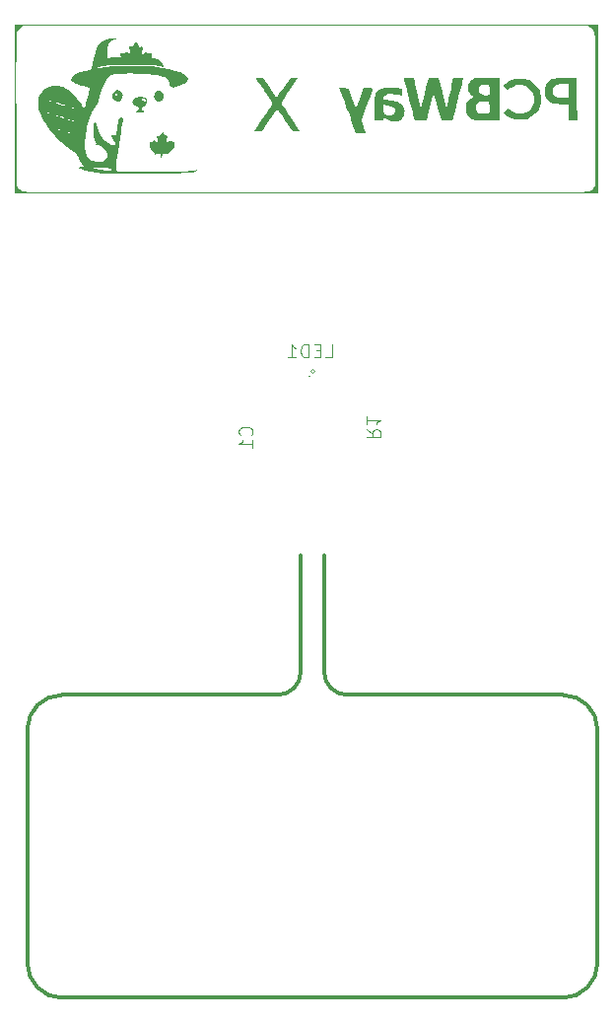
<source format=gbr>
%TF.GenerationSoftware,KiCad,Pcbnew,8.0.8-8.0.8-0~ubuntu22.04.1*%
%TF.CreationDate,2025-02-06T23:59:06-05:00*%
%TF.ProjectId,F50FQLOJRETY30F,46353046-514c-44f4-9a52-455459333046,rev?*%
%TF.SameCoordinates,Original*%
%TF.FileFunction,Legend,Bot*%
%TF.FilePolarity,Positive*%
%FSLAX46Y46*%
G04 Gerber Fmt 4.6, Leading zero omitted, Abs format (unit mm)*
G04 Created by KiCad (PCBNEW 8.0.8-8.0.8-0~ubuntu22.04.1) date 2025-02-06 23:59:06*
%MOMM*%
%LPD*%
G01*
G04 APERTURE LIST*
%ADD10C,0.304800*%
%ADD11C,0.101600*%
%ADD12C,0.000000*%
%ADD13C,0.063400*%
%ADD14C,0.125000*%
G04 APERTURE END LIST*
D10*
X149501100Y-117303600D02*
X149501100Y-107303600D01*
X173001100Y-142303600D02*
G75*
G02*
X170001100Y-145303600I-3000000J0D01*
G01*
X127001100Y-145303600D02*
X170001100Y-145303600D01*
X173001100Y-142303600D02*
X173001100Y-122303600D01*
X170001100Y-119303600D02*
X151501100Y-119303600D01*
X151501100Y-119303600D02*
G75*
G02*
X149501100Y-117303600I0J2000000D01*
G01*
X147501100Y-107303600D02*
X147501100Y-117303600D01*
X145501100Y-119303600D02*
X127001100Y-119303600D01*
X124001100Y-122303600D02*
X124001100Y-142303600D01*
X124001100Y-122303600D02*
G75*
G02*
X127001100Y-119303600I3000000J0D01*
G01*
X127001100Y-145303600D02*
G75*
G02*
X124001100Y-142303600I0J3000000D01*
G01*
X170001100Y-119303600D02*
G75*
G02*
X173001100Y-122303600I0J-3000000D01*
G01*
X147501100Y-117303600D02*
G75*
G02*
X145501100Y-119303600I-2000000J0D01*
G01*
D11*
X153148273Y-96487310D02*
X153704654Y-96876777D01*
X153148273Y-97154967D02*
X154316673Y-97154967D01*
X154316673Y-97154967D02*
X154316673Y-96709862D01*
X154316673Y-96709862D02*
X154261035Y-96598586D01*
X154261035Y-96598586D02*
X154205397Y-96542948D01*
X154205397Y-96542948D02*
X154094121Y-96487310D01*
X154094121Y-96487310D02*
X153927207Y-96487310D01*
X153927207Y-96487310D02*
X153815931Y-96542948D01*
X153815931Y-96542948D02*
X153760292Y-96598586D01*
X153760292Y-96598586D02*
X153704654Y-96709862D01*
X153704654Y-96709862D02*
X153704654Y-97154967D01*
X153148273Y-95374548D02*
X153148273Y-96042205D01*
X153148273Y-95708377D02*
X154316673Y-95708377D01*
X154316673Y-95708377D02*
X154149759Y-95819653D01*
X154149759Y-95819653D02*
X154038483Y-95930929D01*
X154038483Y-95930929D02*
X153982845Y-96042205D01*
X143240449Y-97012689D02*
X143296088Y-96957051D01*
X143296088Y-96957051D02*
X143351726Y-96790137D01*
X143351726Y-96790137D02*
X143351726Y-96678861D01*
X143351726Y-96678861D02*
X143296088Y-96511946D01*
X143296088Y-96511946D02*
X143184811Y-96400670D01*
X143184811Y-96400670D02*
X143073535Y-96345032D01*
X143073535Y-96345032D02*
X142850983Y-96289394D01*
X142850983Y-96289394D02*
X142684068Y-96289394D01*
X142684068Y-96289394D02*
X142461516Y-96345032D01*
X142461516Y-96345032D02*
X142350240Y-96400670D01*
X142350240Y-96400670D02*
X142238964Y-96511946D01*
X142238964Y-96511946D02*
X142183326Y-96678861D01*
X142183326Y-96678861D02*
X142183326Y-96790137D01*
X142183326Y-96790137D02*
X142238964Y-96957051D01*
X142238964Y-96957051D02*
X142294602Y-97012689D01*
X143351726Y-98125451D02*
X143351726Y-97457794D01*
X143351726Y-97791622D02*
X142183326Y-97791622D01*
X142183326Y-97791622D02*
X142350240Y-97680346D01*
X142350240Y-97680346D02*
X142461516Y-97569070D01*
X142461516Y-97569070D02*
X142517154Y-97457794D01*
X149598586Y-90351726D02*
X150154967Y-90351726D01*
X150154967Y-90351726D02*
X150154967Y-89183326D01*
X149209119Y-89739707D02*
X148819652Y-89739707D01*
X148652738Y-90351726D02*
X149209119Y-90351726D01*
X149209119Y-90351726D02*
X149209119Y-89183326D01*
X149209119Y-89183326D02*
X148652738Y-89183326D01*
X148151995Y-90351726D02*
X148151995Y-89183326D01*
X148151995Y-89183326D02*
X147873805Y-89183326D01*
X147873805Y-89183326D02*
X147706890Y-89238964D01*
X147706890Y-89238964D02*
X147595614Y-89350240D01*
X147595614Y-89350240D02*
X147539976Y-89461516D01*
X147539976Y-89461516D02*
X147484338Y-89684068D01*
X147484338Y-89684068D02*
X147484338Y-89850983D01*
X147484338Y-89850983D02*
X147539976Y-90073535D01*
X147539976Y-90073535D02*
X147595614Y-90184811D01*
X147595614Y-90184811D02*
X147706890Y-90296088D01*
X147706890Y-90296088D02*
X147873805Y-90351726D01*
X147873805Y-90351726D02*
X148151995Y-90351726D01*
X146371576Y-90351726D02*
X147039233Y-90351726D01*
X146705405Y-90351726D02*
X146705405Y-89183326D01*
X146705405Y-89183326D02*
X146816681Y-89350240D01*
X146816681Y-89350240D02*
X146927957Y-89461516D01*
X146927957Y-89461516D02*
X147039233Y-89517154D01*
D12*
%TO.C,G\u002A\u002A\u002A*%
G36*
X173018045Y-69000000D02*
G01*
X173018045Y-76257143D01*
X147968171Y-76257143D01*
X122918296Y-76257143D01*
X122918296Y-69000000D01*
X122918296Y-66084465D01*
X123056260Y-66084465D01*
X123056537Y-66970022D01*
X123057975Y-67971858D01*
X123060526Y-69095489D01*
X123077444Y-75588722D01*
X123219423Y-75787766D01*
X123226034Y-75796830D01*
X123389041Y-75963190D01*
X123579169Y-76090147D01*
X123598901Y-76097410D01*
X123636702Y-76105942D01*
X123692770Y-76113954D01*
X123770863Y-76121464D01*
X123874744Y-76128487D01*
X124008172Y-76135038D01*
X124174907Y-76141132D01*
X124378711Y-76146786D01*
X124623343Y-76152015D01*
X124912564Y-76156834D01*
X125250135Y-76161260D01*
X125639815Y-76165306D01*
X126085365Y-76168990D01*
X126590546Y-76172327D01*
X127159118Y-76175332D01*
X127794842Y-76178020D01*
X128501477Y-76180408D01*
X129282785Y-76182512D01*
X130142526Y-76184345D01*
X131084460Y-76185925D01*
X132112347Y-76187266D01*
X133229948Y-76188384D01*
X134441024Y-76189296D01*
X135749335Y-76190015D01*
X137158641Y-76190559D01*
X138672703Y-76190941D01*
X140295280Y-76191179D01*
X142030135Y-76191288D01*
X143881026Y-76191282D01*
X145851715Y-76191179D01*
X147945962Y-76190992D01*
X149115176Y-76190855D01*
X151178284Y-76190517D01*
X153119483Y-76190060D01*
X154942281Y-76189470D01*
X156650188Y-76188736D01*
X158246712Y-76187844D01*
X159735363Y-76186781D01*
X161119649Y-76185535D01*
X162403080Y-76184093D01*
X163589164Y-76182443D01*
X164681410Y-76180570D01*
X165683327Y-76178464D01*
X166598424Y-76176110D01*
X167430210Y-76173497D01*
X168182194Y-76170611D01*
X168857885Y-76167440D01*
X169460792Y-76163971D01*
X169994423Y-76160191D01*
X170462289Y-76156088D01*
X170867897Y-76151648D01*
X171214756Y-76146859D01*
X171506376Y-76141708D01*
X171746266Y-76136183D01*
X171937934Y-76130270D01*
X172084889Y-76123958D01*
X172190641Y-76117232D01*
X172258698Y-76110081D01*
X172292569Y-76102492D01*
X172319645Y-76089447D01*
X172492149Y-75965656D01*
X172642695Y-75802602D01*
X172795238Y-75588722D01*
X172811540Y-69095489D01*
X172811803Y-68991848D01*
X172814672Y-67926258D01*
X172817238Y-66979955D01*
X172819061Y-66145583D01*
X172819700Y-65415785D01*
X172818715Y-64783203D01*
X172815666Y-64240481D01*
X172810113Y-63780259D01*
X172801616Y-63395182D01*
X172789735Y-63077893D01*
X172774029Y-62821033D01*
X172754058Y-62617245D01*
X172729383Y-62459173D01*
X172699563Y-62339458D01*
X172664158Y-62250744D01*
X172622728Y-62185674D01*
X172574833Y-62136889D01*
X172520032Y-62097033D01*
X172457886Y-62058748D01*
X172387955Y-62014678D01*
X172171648Y-61870176D01*
X147936478Y-61870176D01*
X123701309Y-61870176D01*
X123447918Y-62053731D01*
X123374981Y-62111557D01*
X123216863Y-62271518D01*
X123119068Y-62419771D01*
X123114008Y-62436499D01*
X123101656Y-62523861D01*
X123090901Y-62677840D01*
X123081695Y-62903954D01*
X123073988Y-63207720D01*
X123067733Y-63594656D01*
X123062881Y-64070281D01*
X123059384Y-64640112D01*
X123057193Y-65309667D01*
X123056260Y-66084465D01*
X122918296Y-66084465D01*
X122918296Y-61742858D01*
X147968171Y-61742858D01*
X173018045Y-61742858D01*
X173018045Y-65415785D01*
X173018045Y-69000000D01*
G37*
G36*
X127917249Y-67685820D02*
G01*
X128308086Y-68107067D01*
X128489057Y-68370759D01*
X128661789Y-68622447D01*
X128718744Y-68718724D01*
X128888141Y-69005072D01*
X128897478Y-69020856D01*
X128963348Y-68847605D01*
X128988543Y-68772293D01*
X129045814Y-68576686D01*
X129116764Y-68315921D01*
X129191534Y-68025523D01*
X129241326Y-67827371D01*
X129306532Y-67570701D01*
X129357130Y-67374889D01*
X129385075Y-67271287D01*
X129386071Y-67213530D01*
X129316278Y-67161323D01*
X129143364Y-67122697D01*
X129083590Y-67112494D01*
X128826234Y-67058801D01*
X128576206Y-66995235D01*
X128522599Y-66979460D01*
X128157487Y-66841415D01*
X127916513Y-66688920D01*
X127798185Y-66526505D01*
X127801015Y-66358702D01*
X127923512Y-66190042D01*
X128164187Y-66025056D01*
X128521550Y-65868274D01*
X128994111Y-65724228D01*
X129499750Y-65594236D01*
X129705053Y-64773613D01*
X129772462Y-64507681D01*
X129875502Y-64124256D01*
X129964260Y-63836834D01*
X130046378Y-63627153D01*
X130129501Y-63476947D01*
X130221271Y-63367953D01*
X130329332Y-63281909D01*
X130657016Y-63112985D01*
X131052115Y-62995984D01*
X131442825Y-62955175D01*
X131735088Y-62957970D01*
X131492152Y-63044611D01*
X131469684Y-63052772D01*
X131235690Y-63165479D01*
X131070038Y-63316756D01*
X130961192Y-63528302D01*
X130897616Y-63821818D01*
X130867771Y-64219003D01*
X130852755Y-64626225D01*
X131418277Y-64612625D01*
X131532877Y-64609252D01*
X131773916Y-64597754D01*
X131951891Y-64583080D01*
X132034678Y-64567578D01*
X132051751Y-64521422D01*
X132018783Y-64411363D01*
X132013670Y-64401633D01*
X131977115Y-64270846D01*
X132043147Y-64209516D01*
X132216782Y-64212609D01*
X132363870Y-64214660D01*
X132470335Y-64156782D01*
X132483728Y-64137205D01*
X132544706Y-64111230D01*
X132643357Y-64180351D01*
X132732628Y-64250799D01*
X132811449Y-64289223D01*
X132825191Y-64276195D01*
X132828583Y-64173037D01*
X132800115Y-63991439D01*
X132743563Y-63760792D01*
X132735512Y-63723973D01*
X132761806Y-63666908D01*
X132882475Y-63665303D01*
X132962204Y-63667009D01*
X133070078Y-63616325D01*
X133169274Y-63471946D01*
X133173501Y-63464169D01*
X133269328Y-63297811D01*
X133334252Y-63242523D01*
X133396810Y-63297344D01*
X133485542Y-63461316D01*
X133502940Y-63495017D01*
X133591998Y-63640783D01*
X133672447Y-63697076D01*
X133776449Y-63689079D01*
X133787886Y-63686313D01*
X133883425Y-63681574D01*
X133926403Y-63737945D01*
X133921365Y-63875461D01*
X133872855Y-64114161D01*
X133848492Y-64232241D01*
X133849003Y-64332703D01*
X133909675Y-64323532D01*
X134041982Y-64211318D01*
X134118477Y-64144479D01*
X134195720Y-64112094D01*
X134250402Y-64163163D01*
X134330402Y-64221546D01*
X134510794Y-64235316D01*
X134647352Y-64229454D01*
X134692062Y-64274822D01*
X134675247Y-64405094D01*
X134660001Y-64508133D01*
X134684043Y-64578093D01*
X134777762Y-64624988D01*
X134968520Y-64673896D01*
X135093157Y-64704976D01*
X135282738Y-64759556D01*
X135399991Y-64803041D01*
X135403943Y-64805253D01*
X135479512Y-64886149D01*
X135569100Y-65027118D01*
X135651293Y-65186828D01*
X135704675Y-65323951D01*
X135707831Y-65397154D01*
X135639296Y-65396619D01*
X135481103Y-65371412D01*
X135268171Y-65326875D01*
X135261759Y-65325433D01*
X135030189Y-65290844D01*
X134694274Y-65263141D01*
X134275967Y-65242332D01*
X133797227Y-65228426D01*
X133280008Y-65221431D01*
X132746266Y-65221355D01*
X132217959Y-65228208D01*
X131717042Y-65241997D01*
X131265471Y-65262731D01*
X130885202Y-65290419D01*
X130598192Y-65325069D01*
X130421055Y-65355561D01*
X130179812Y-65402655D01*
X130006365Y-65443637D01*
X129929771Y-65472113D01*
X129931823Y-65484055D01*
X130014172Y-65489950D01*
X130173086Y-65472856D01*
X130704796Y-65405096D01*
X131363005Y-65352103D01*
X132114861Y-65320580D01*
X132976441Y-65309591D01*
X133112741Y-65309626D01*
X133750157Y-65316519D01*
X134295029Y-65336625D01*
X134776168Y-65372627D01*
X135222385Y-65427207D01*
X135662492Y-65503051D01*
X136125299Y-65602839D01*
X136188802Y-65617737D01*
X136722712Y-65754498D01*
X137139549Y-65886292D01*
X137448233Y-66017611D01*
X137657680Y-66152947D01*
X137776809Y-66296791D01*
X137814537Y-66453634D01*
X137786373Y-66591400D01*
X137657278Y-66753434D01*
X137416504Y-66896048D01*
X137056351Y-67025043D01*
X137042352Y-67029158D01*
X136743171Y-67115334D01*
X136540523Y-67159712D01*
X136409267Y-67154926D01*
X136324265Y-67093611D01*
X136260376Y-66968401D01*
X136192462Y-66771930D01*
X136188425Y-66759868D01*
X136111301Y-66552460D01*
X136026561Y-66404528D01*
X135910443Y-66301171D01*
X135739184Y-66227485D01*
X135489022Y-66168571D01*
X135136195Y-66109525D01*
X134828140Y-66067730D01*
X134350673Y-66021453D01*
X133842999Y-65990129D01*
X133324728Y-65973481D01*
X132815472Y-65971235D01*
X132334840Y-65983114D01*
X131902444Y-66008842D01*
X131537895Y-66048145D01*
X131260802Y-66100747D01*
X131090778Y-66166372D01*
X130954932Y-66301211D01*
X130796302Y-66540220D01*
X130631962Y-66854279D01*
X130472908Y-67218133D01*
X130330137Y-67606529D01*
X130214642Y-67994212D01*
X130137422Y-68355929D01*
X130062569Y-68581468D01*
X129875232Y-68851415D01*
X129719801Y-69037457D01*
X129561481Y-69286467D01*
X129559171Y-69290100D01*
X129493733Y-69436666D01*
X129423387Y-69594223D01*
X129355816Y-69798298D01*
X129312049Y-69930483D01*
X129293210Y-69987379D01*
X129268528Y-70074781D01*
X129232952Y-70200756D01*
X129101698Y-70767451D01*
X129078880Y-70908659D01*
X129051326Y-71079169D01*
X129012182Y-71321406D01*
X128965764Y-71841630D01*
X128963804Y-72307130D01*
X129007662Y-72696912D01*
X129098697Y-72989984D01*
X129147610Y-73082772D01*
X129355141Y-73342218D01*
X129628813Y-73501248D01*
X129986006Y-73571245D01*
X130100879Y-73575628D01*
X130424794Y-73536210D01*
X130670890Y-73420522D01*
X130822789Y-73235143D01*
X130850346Y-73156763D01*
X130858549Y-72908071D01*
X130775455Y-72650836D01*
X130619937Y-72416512D01*
X130410869Y-72236553D01*
X130167125Y-72142415D01*
X130135834Y-72136865D01*
X129991284Y-72097083D01*
X129888503Y-72049183D01*
X129853959Y-72008904D01*
X129914117Y-71991980D01*
X129926446Y-71956722D01*
X129895813Y-71835508D01*
X129823007Y-71657770D01*
X129708441Y-71301233D01*
X129663645Y-70836534D01*
X129707025Y-70320928D01*
X129751565Y-70162298D01*
X129821097Y-70090819D01*
X129893141Y-70141825D01*
X129950434Y-70315686D01*
X130015564Y-70590214D01*
X130199324Y-71067055D01*
X130452562Y-71480969D01*
X130761513Y-71811543D01*
X131112407Y-72038367D01*
X131204830Y-72079761D01*
X131371388Y-72142994D01*
X131466434Y-72151816D01*
X131518535Y-72111360D01*
X131545781Y-72060044D01*
X131566654Y-71881915D01*
X131476254Y-71733860D01*
X131406406Y-71656077D01*
X131309480Y-71513974D01*
X131228130Y-71367808D01*
X131193985Y-71269600D01*
X131195779Y-71266067D01*
X131268714Y-71251846D01*
X131415368Y-71251561D01*
X131470816Y-71254622D01*
X131541397Y-71252958D01*
X131594742Y-71228254D01*
X131637349Y-71163444D01*
X131675718Y-71041458D01*
X131716351Y-70845231D01*
X131765746Y-70557694D01*
X131830405Y-70161780D01*
X131853264Y-70030317D01*
X131899561Y-69832620D01*
X131949444Y-69730139D01*
X132011421Y-69701226D01*
X132147391Y-69728797D01*
X132243173Y-69798287D01*
X132250605Y-69881126D01*
X132239767Y-69919390D01*
X132209788Y-70071928D01*
X132165603Y-70324993D01*
X132109722Y-70663297D01*
X132044652Y-71071549D01*
X131972901Y-71534459D01*
X131896979Y-72036739D01*
X131887190Y-72102326D01*
X131804270Y-72661629D01*
X131739416Y-73110017D01*
X131691340Y-73460978D01*
X131658752Y-73728002D01*
X131640364Y-73924578D01*
X131634888Y-74064194D01*
X131641035Y-74160340D01*
X131657516Y-74226504D01*
X131661905Y-74235044D01*
X131683042Y-74276176D01*
X131780835Y-74427790D01*
X135036408Y-74398779D01*
X135293249Y-74396407D01*
X136052442Y-74388155D01*
X136693252Y-74378983D01*
X137222521Y-74368678D01*
X137647091Y-74357025D01*
X137973804Y-74343811D01*
X138209500Y-74328823D01*
X138361023Y-74311848D01*
X138435213Y-74292670D01*
X138522142Y-74251267D01*
X138574239Y-74246381D01*
X138534308Y-74298532D01*
X138406369Y-74393646D01*
X138355931Y-74421565D01*
X138272868Y-74450309D01*
X138153465Y-74473276D01*
X137982560Y-74491635D01*
X137744991Y-74506560D01*
X137425596Y-74519221D01*
X137009213Y-74530791D01*
X136480680Y-74542440D01*
X136338329Y-74545183D01*
X135789462Y-74553446D01*
X135157077Y-74560098D01*
X134474913Y-74564937D01*
X133776713Y-74567759D01*
X133096217Y-74568362D01*
X132467168Y-74566544D01*
X132378463Y-74566078D01*
X131796355Y-74562695D01*
X131322053Y-74558603D01*
X130938387Y-74552728D01*
X130628186Y-74543996D01*
X130374283Y-74531334D01*
X130159506Y-74513666D01*
X129966686Y-74489920D01*
X129778654Y-74459022D01*
X129578239Y-74419898D01*
X129348272Y-74371473D01*
X129031699Y-74301601D01*
X128767279Y-74235436D01*
X128596618Y-74179728D01*
X128502645Y-74128760D01*
X128468291Y-74076817D01*
X128468123Y-74062705D01*
X129572101Y-74062705D01*
X129614656Y-74085723D01*
X129760107Y-74121193D01*
X130019720Y-74173827D01*
X130108217Y-74190886D01*
X130417425Y-74246925D01*
X130707975Y-74294901D01*
X130926863Y-74325927D01*
X131061117Y-74340348D01*
X131191114Y-74341874D01*
X131246216Y-74309633D01*
X131257644Y-74235044D01*
X131257597Y-74229043D01*
X131245683Y-74171557D01*
X131197107Y-74132069D01*
X131089244Y-74104558D01*
X130899463Y-74083000D01*
X130605138Y-74061374D01*
X130433152Y-74051118D01*
X130131524Y-74038591D01*
X129872407Y-74034321D01*
X129697995Y-74039333D01*
X129621179Y-74047432D01*
X129572101Y-74062705D01*
X128468123Y-74062705D01*
X128467647Y-74022602D01*
X128525878Y-73977211D01*
X128681376Y-73965414D01*
X128915445Y-73965414D01*
X128720948Y-73743894D01*
X128659011Y-73664844D01*
X128519545Y-73436847D01*
X128411973Y-73198347D01*
X128366557Y-73079947D01*
X128294673Y-72947168D01*
X128190421Y-72829533D01*
X128028289Y-72700008D01*
X127782768Y-72531558D01*
X127410868Y-72262162D01*
X126914331Y-71836583D01*
X126442212Y-71360234D01*
X126130993Y-70995017D01*
X127400499Y-70995017D01*
X127469925Y-71037093D01*
X127556488Y-71067382D01*
X127692732Y-71091804D01*
X127730328Y-71079169D01*
X127660903Y-71037093D01*
X127574340Y-71006804D01*
X127438096Y-70982383D01*
X127400499Y-70995017D01*
X126130993Y-70995017D01*
X126009003Y-70851861D01*
X125921925Y-70732264D01*
X126555699Y-70732264D01*
X126610527Y-70777086D01*
X126616693Y-70780440D01*
X126749824Y-70828708D01*
X126928822Y-70870081D01*
X127151629Y-70908659D01*
X126928822Y-70818571D01*
X126867971Y-70795068D01*
X126709589Y-70744535D01*
X126597109Y-70722507D01*
X126555699Y-70732264D01*
X125921925Y-70732264D01*
X125629193Y-70330212D01*
X125410982Y-69969108D01*
X127760395Y-69969108D01*
X127820051Y-70018547D01*
X127908427Y-70065435D01*
X127984335Y-70074781D01*
X127979198Y-70018547D01*
X127947311Y-69988301D01*
X127832208Y-69955862D01*
X127817732Y-69956078D01*
X127760395Y-69969108D01*
X125410982Y-69969108D01*
X125367521Y-69897188D01*
X127438096Y-69897188D01*
X127461932Y-69930701D01*
X127565414Y-69954888D01*
X127639161Y-69950346D01*
X127692732Y-69930483D01*
X127668257Y-69909739D01*
X127565414Y-69872783D01*
X127488792Y-69864442D01*
X127438096Y-69897188D01*
X125367521Y-69897188D01*
X125317272Y-69814035D01*
X125188131Y-69537257D01*
X126371005Y-69537257D01*
X126422132Y-69570866D01*
X126564642Y-69627502D01*
X126770228Y-69695793D01*
X126949567Y-69750958D01*
X127117267Y-69800515D01*
X127206083Y-69821340D01*
X127241028Y-69818808D01*
X127247118Y-69798298D01*
X127237884Y-69788031D01*
X127144085Y-69745313D01*
X126979564Y-69687708D01*
X126782202Y-69626583D01*
X126589880Y-69573301D01*
X126440479Y-69539226D01*
X126371879Y-69535724D01*
X126371005Y-69537257D01*
X125188131Y-69537257D01*
X125092764Y-69332863D01*
X125719592Y-69332863D01*
X125782958Y-69381955D01*
X125849484Y-69412901D01*
X126005765Y-69440165D01*
X126133083Y-69436666D01*
X126005765Y-69381955D01*
X125919431Y-69351146D01*
X125782958Y-69323745D01*
X125766836Y-69323256D01*
X125719592Y-69332863D01*
X125092764Y-69332863D01*
X125087732Y-69322078D01*
X125077209Y-69286467D01*
X125591980Y-69286467D01*
X125623810Y-69318296D01*
X125655639Y-69286467D01*
X125623810Y-69254637D01*
X125591980Y-69286467D01*
X125077209Y-69286467D01*
X124955062Y-68873087D01*
X124950565Y-68822730D01*
X127594146Y-68822730D01*
X127611915Y-68842596D01*
X127719498Y-68891881D01*
X127894991Y-68953775D01*
X128028461Y-68993138D01*
X128143204Y-69017176D01*
X128164374Y-69005072D01*
X128110281Y-68971014D01*
X127972582Y-68912507D01*
X127808844Y-68858116D01*
X127666791Y-68823104D01*
X127594146Y-68822730D01*
X124950565Y-68822730D01*
X124922110Y-68504074D01*
X124930507Y-68445308D01*
X126443749Y-68445308D01*
X126482499Y-68479501D01*
X126614186Y-68539027D01*
X126810302Y-68610998D01*
X127040535Y-68686528D01*
X127204280Y-68732552D01*
X127287556Y-68741819D01*
X127310777Y-68718724D01*
X127302595Y-68708839D01*
X127211211Y-68664858D01*
X127048623Y-68604975D01*
X126852707Y-68541134D01*
X126661339Y-68485280D01*
X126512394Y-68449356D01*
X126443750Y-68445307D01*
X126443749Y-68445308D01*
X124930507Y-68445308D01*
X124966927Y-68190437D01*
X125552755Y-68190437D01*
X125569354Y-68207110D01*
X125674767Y-68253634D01*
X125847785Y-68313949D01*
X125971314Y-68349909D01*
X126110680Y-68378285D01*
X126164913Y-68370759D01*
X126160721Y-68362696D01*
X126080857Y-68319822D01*
X125934319Y-68267665D01*
X125766916Y-68219720D01*
X125624458Y-68189479D01*
X125552755Y-68190437D01*
X124966927Y-68190437D01*
X124982631Y-68080536D01*
X125147921Y-67706869D01*
X125266574Y-67567670D01*
X126865163Y-67567670D01*
X126896993Y-67599499D01*
X126928822Y-67567670D01*
X126896993Y-67535840D01*
X126865163Y-67567670D01*
X125266574Y-67567670D01*
X125410499Y-67398822D01*
X125762886Y-67172143D01*
X125765027Y-67171165D01*
X126187688Y-67044781D01*
X126624497Y-67038186D01*
X127065198Y-67146248D01*
X127499534Y-67363837D01*
X127763971Y-67567670D01*
X127917249Y-67685820D01*
G37*
G36*
X135685437Y-71015335D02*
G01*
X135757999Y-71164520D01*
X135775659Y-71208164D01*
X135848064Y-71311567D01*
X135940696Y-71313176D01*
X135986004Y-71300298D01*
X136023127Y-71322858D01*
X136027810Y-71418945D01*
X136005658Y-71614563D01*
X135960049Y-71958380D01*
X136116667Y-71811245D01*
X136116961Y-71810969D01*
X136243578Y-71720282D01*
X136315588Y-71732556D01*
X136367524Y-71772899D01*
X136497366Y-71800955D01*
X136507589Y-71801034D01*
X136590873Y-71820403D01*
X136625865Y-71897615D01*
X136629640Y-72067012D01*
X136610465Y-72242403D01*
X136541020Y-72378945D01*
X136390918Y-72518849D01*
X136324259Y-72577142D01*
X136206162Y-72712298D01*
X136159399Y-72817904D01*
X136159216Y-72828330D01*
X136135837Y-72891222D01*
X136050992Y-72911765D01*
X135872933Y-72898939D01*
X135764284Y-72887688D01*
X135642782Y-72888946D01*
X135594867Y-72932385D01*
X135586467Y-73034077D01*
X135569780Y-73146783D01*
X135522807Y-73201504D01*
X135479912Y-73157417D01*
X135459148Y-73033703D01*
X135457679Y-72972002D01*
X135433372Y-72902791D01*
X135351981Y-72885503D01*
X135179194Y-72904275D01*
X135133820Y-72910305D01*
X134984673Y-72921659D01*
X134925746Y-72898065D01*
X134928390Y-72831173D01*
X134931302Y-72808704D01*
X134872411Y-72678769D01*
X134693676Y-72507652D01*
X134599234Y-72427255D01*
X134493591Y-72305283D01*
X134495417Y-72229997D01*
X134530337Y-72128748D01*
X134522679Y-71972667D01*
X134505814Y-71864019D01*
X134528378Y-71805890D01*
X134619275Y-71816230D01*
X134707894Y-71821508D01*
X134829771Y-71760481D01*
X134874167Y-71718913D01*
X134945842Y-71722432D01*
X135059105Y-71813912D01*
X135212884Y-71958380D01*
X135167352Y-71615142D01*
X135145594Y-71434227D01*
X135146451Y-71327857D01*
X135181787Y-71294996D01*
X135259929Y-71308020D01*
X135298526Y-71315623D01*
X135402781Y-71287794D01*
X135493887Y-71158785D01*
X135533953Y-71085917D01*
X135616145Y-70989251D01*
X135685437Y-71015335D01*
G37*
G36*
X151234798Y-67230702D02*
G01*
X151655334Y-67249374D01*
X151916343Y-68104747D01*
X151949386Y-68211429D01*
X152046943Y-68508481D01*
X152134857Y-68751314D01*
X152204572Y-68917225D01*
X152247531Y-68983513D01*
X152275415Y-68966191D01*
X152340956Y-68851955D01*
X152424994Y-68650339D01*
X152517881Y-68382776D01*
X152569762Y-68222311D01*
X152667284Y-67926653D01*
X152754953Y-67667814D01*
X152818552Y-67488096D01*
X152919052Y-67217544D01*
X153330999Y-67217544D01*
X153357212Y-67217599D01*
X153579805Y-67226138D01*
X153693205Y-67251535D01*
X153713394Y-67297118D01*
X153705461Y-67318460D01*
X153658353Y-67445122D01*
X153576631Y-67664817D01*
X153467125Y-67959187D01*
X153336664Y-68309871D01*
X153192078Y-68698510D01*
X152700312Y-70020328D01*
X152896522Y-70534149D01*
X152933390Y-70631219D01*
X153014902Y-70850127D01*
X153071522Y-71008515D01*
X153092732Y-71077270D01*
X153092720Y-71077488D01*
X153033135Y-71089522D01*
X152879702Y-71093209D01*
X152665225Y-71087746D01*
X152237718Y-71068923D01*
X151837364Y-69986717D01*
X151761062Y-69780392D01*
X151593409Y-69326656D01*
X151420662Y-68858698D01*
X151259259Y-68421057D01*
X151125636Y-68058270D01*
X150814262Y-67212029D01*
X151234798Y-67230702D01*
G37*
G36*
X144821694Y-67185715D02*
G01*
X144959595Y-67387477D01*
X145140418Y-67648929D01*
X145287155Y-67857359D01*
X145387435Y-67995256D01*
X145428889Y-68045113D01*
X145449742Y-68021734D01*
X145531497Y-67909847D01*
X145663067Y-67721452D01*
X145832181Y-67474193D01*
X146026567Y-67185715D01*
X146601750Y-66326316D01*
X146919851Y-66326316D01*
X147237951Y-66326316D01*
X146536770Y-67375300D01*
X146504086Y-67424273D01*
X146292239Y-67745559D01*
X146108661Y-68030476D01*
X145964158Y-68261777D01*
X145869532Y-68422216D01*
X145835589Y-68494546D01*
X145842855Y-68514778D01*
X145906458Y-68628229D01*
X146027134Y-68823290D01*
X146194616Y-69083878D01*
X146398636Y-69393907D01*
X146628925Y-69737292D01*
X147422261Y-70909775D01*
X147107387Y-70909775D01*
X146792514Y-70909775D01*
X146153885Y-69954888D01*
X145962266Y-69671600D01*
X145776084Y-69403198D01*
X145623697Y-69190852D01*
X145517160Y-69051336D01*
X145468531Y-69001421D01*
X145428429Y-69042855D01*
X145329304Y-69175829D01*
X145184315Y-69383791D01*
X145005352Y-69649648D01*
X144804304Y-69956308D01*
X144186802Y-70909775D01*
X143864475Y-70909775D01*
X143542147Y-70909775D01*
X144306913Y-69765192D01*
X144394579Y-69633551D01*
X144610817Y-69304863D01*
X144796965Y-69016251D01*
X144942705Y-68784057D01*
X145037716Y-68624618D01*
X145071680Y-68554276D01*
X145070942Y-68550121D01*
X145027608Y-68465239D01*
X144925187Y-68294638D01*
X144774482Y-68055500D01*
X144586295Y-67765010D01*
X144371429Y-67440351D01*
X144336508Y-67388068D01*
X144125586Y-67070439D01*
X143942868Y-66792219D01*
X143799078Y-66569962D01*
X143704941Y-66420217D01*
X143671178Y-66359538D01*
X143683441Y-66349881D01*
X143784418Y-66332998D01*
X143954086Y-66326316D01*
X144236994Y-66326316D01*
X144821694Y-67185715D01*
G37*
G36*
X156380888Y-69552975D02*
G01*
X156247792Y-69816856D01*
X156014916Y-70005240D01*
X155906138Y-70045145D01*
X155656720Y-70074275D01*
X155371348Y-70057613D01*
X155100457Y-69999672D01*
X154894483Y-69904967D01*
X154790952Y-69833421D01*
X154680530Y-69775003D01*
X154631608Y-69794667D01*
X154620552Y-69891228D01*
X154613530Y-69947620D01*
X154567199Y-69993494D01*
X154451926Y-70013901D01*
X154238597Y-70018547D01*
X153856642Y-70018547D01*
X153856642Y-68881267D01*
X153856972Y-68665302D01*
X154620552Y-68665302D01*
X154620552Y-69020019D01*
X154620878Y-69074875D01*
X154634507Y-69272164D01*
X154677366Y-69391700D01*
X154762035Y-69473834D01*
X154792702Y-69492072D01*
X154967445Y-69549704D01*
X155174352Y-69572933D01*
X155311178Y-69566395D01*
X155450655Y-69521131D01*
X155549159Y-69414249D01*
X155618490Y-69265085D01*
X155614267Y-69071904D01*
X155496968Y-68908601D01*
X155274498Y-68784553D01*
X154954762Y-68709139D01*
X154620552Y-68665302D01*
X153856972Y-68665302D01*
X153857124Y-68565840D01*
X153860332Y-68237357D01*
X153868354Y-68001076D01*
X153883239Y-67836848D01*
X153907038Y-67724523D01*
X153941802Y-67643951D01*
X153989581Y-67574983D01*
X154066881Y-67485183D01*
X154240812Y-67344135D01*
X154457663Y-67254040D01*
X154744859Y-67205630D01*
X155129825Y-67189638D01*
X155254253Y-67189864D01*
X155547482Y-67197774D01*
X155801913Y-67214084D01*
X155973309Y-67236344D01*
X156074050Y-67259601D01*
X156169599Y-67306024D01*
X156206146Y-67398630D01*
X156212030Y-67577975D01*
X156210832Y-67704189D01*
X156194945Y-67814329D01*
X156143851Y-67844727D01*
X156036968Y-67824352D01*
X156028620Y-67822315D01*
X155870730Y-67795808D01*
X155637063Y-67768795D01*
X155374994Y-67746824D01*
X155321216Y-67743281D01*
X155085543Y-67733089D01*
X154935600Y-67743339D01*
X154836741Y-67779662D01*
X154754318Y-67847688D01*
X154733826Y-67868519D01*
X154628203Y-68002052D01*
X154613680Y-68101954D01*
X154699308Y-68177022D01*
X154894141Y-68236053D01*
X155207231Y-68287845D01*
X155375791Y-68313443D01*
X155780807Y-68407891D01*
X156076282Y-68540271D01*
X156273440Y-68719546D01*
X156383504Y-68954680D01*
X156417698Y-69254637D01*
X156416409Y-69265085D01*
X156380888Y-69552975D01*
G37*
G36*
X171220651Y-68188346D02*
G01*
X171237542Y-70018547D01*
X170886440Y-70018547D01*
X170535339Y-70018547D01*
X170535339Y-69325338D01*
X170535339Y-68632130D01*
X169845357Y-68608513D01*
X169542016Y-68595510D01*
X169316910Y-68575944D01*
X169156380Y-68543896D01*
X169028270Y-68492821D01*
X168900419Y-68416175D01*
X168776394Y-68323280D01*
X168569511Y-68076892D01*
X168461750Y-67768577D01*
X168447905Y-67433030D01*
X169129995Y-67433030D01*
X169170564Y-67687307D01*
X169291092Y-67888859D01*
X169335022Y-67930492D01*
X169425093Y-67991814D01*
X169542245Y-68026391D01*
X169719866Y-68041674D01*
X169991342Y-68045113D01*
X170535339Y-68045113D01*
X170535339Y-67472181D01*
X170535339Y-66899248D01*
X170054734Y-66899248D01*
X169874274Y-66904037D01*
X169531486Y-66950984D01*
X169296244Y-67046467D01*
X169174381Y-67188567D01*
X169129995Y-67433030D01*
X168447905Y-67433030D01*
X168445786Y-67381669D01*
X168459029Y-67245243D01*
X168548338Y-66911902D01*
X168720377Y-66663870D01*
X168984531Y-66485535D01*
X169001206Y-66477857D01*
X169124072Y-66434898D01*
X169283942Y-66404455D01*
X169503381Y-66384334D01*
X169804953Y-66372341D01*
X170211223Y-66366283D01*
X171203760Y-66358146D01*
X171214041Y-67472181D01*
X171220651Y-68188346D01*
G37*
G36*
X164551379Y-68172431D02*
G01*
X164551379Y-69068448D01*
X164551379Y-70018547D01*
X163521102Y-70018547D01*
X163514525Y-70018546D01*
X163119813Y-70016849D01*
X162828224Y-70010212D01*
X162615929Y-69996210D01*
X162459101Y-69972419D01*
X162333911Y-69936412D01*
X162216533Y-69885765D01*
X162213207Y-69884151D01*
X161947673Y-69720727D01*
X161779826Y-69522854D01*
X161694533Y-69263322D01*
X161676662Y-68914916D01*
X161679241Y-68846505D01*
X162514286Y-68846505D01*
X162544029Y-69095618D01*
X162647665Y-69267187D01*
X162840737Y-69375259D01*
X163007868Y-69417539D01*
X163232627Y-69442765D01*
X163448107Y-69441073D01*
X163615778Y-69413159D01*
X163697106Y-69359725D01*
X163711020Y-69257475D01*
X163716097Y-69068448D01*
X163711023Y-68834537D01*
X163691980Y-68395238D01*
X163275308Y-68395238D01*
X163251991Y-68395320D01*
X162914899Y-68422762D01*
X162685960Y-68503326D01*
X162555611Y-68642683D01*
X162514286Y-68846505D01*
X161679241Y-68846505D01*
X161680703Y-68807719D01*
X161711692Y-68548859D01*
X161787209Y-68368180D01*
X161928538Y-68229406D01*
X162156963Y-68096257D01*
X162404402Y-67969972D01*
X162224915Y-67852230D01*
X162039412Y-67690518D01*
X161918896Y-67458290D01*
X161903676Y-67336464D01*
X162768923Y-67336464D01*
X162789903Y-67513053D01*
X162895596Y-67694404D01*
X162940492Y-67726208D01*
X163117964Y-67797221D01*
X163340140Y-67839585D01*
X163514632Y-67850031D01*
X163636847Y-67825616D01*
X163699973Y-67741736D01*
X163719604Y-67575972D01*
X163711334Y-67305905D01*
X163691980Y-66931078D01*
X163384092Y-66911450D01*
X163173961Y-66912479D01*
X162944875Y-66975272D01*
X162811895Y-67115197D01*
X162768923Y-67336464D01*
X161903676Y-67336464D01*
X161879950Y-67146555D01*
X161909158Y-66885942D01*
X162015701Y-66677312D01*
X162056818Y-66627601D01*
X162175065Y-66516460D01*
X162319489Y-66435796D01*
X162510273Y-66381029D01*
X162767601Y-66347580D01*
X163111654Y-66330869D01*
X163562617Y-66326316D01*
X164551379Y-66326316D01*
X164551379Y-67575972D01*
X164551379Y-68172431D01*
G37*
G36*
X158905990Y-66339585D02*
G01*
X159357689Y-66358146D01*
X159661430Y-67560990D01*
X159771485Y-67993889D01*
X159856961Y-68321047D01*
X159921339Y-68552546D01*
X159969111Y-68702474D01*
X160004770Y-68784920D01*
X160032808Y-68813972D01*
X160057718Y-68803718D01*
X160067843Y-68775816D01*
X160101841Y-68642461D01*
X160153089Y-68419273D01*
X160216649Y-68128022D01*
X160287582Y-67790477D01*
X160324727Y-67611324D01*
X160398074Y-67261781D01*
X160464179Y-66952001D01*
X160516967Y-66710311D01*
X160550363Y-66565038D01*
X160609419Y-66326316D01*
X161050581Y-66326316D01*
X161105451Y-66326537D01*
X161328167Y-66335928D01*
X161442974Y-66361367D01*
X161465710Y-66405890D01*
X161450213Y-66462554D01*
X161406762Y-66630662D01*
X161340667Y-66890573D01*
X161256379Y-67224687D01*
X161158351Y-67615400D01*
X161051035Y-68045113D01*
X160968281Y-68375935D01*
X160862897Y-68793492D01*
X160767931Y-69165651D01*
X160688411Y-69472860D01*
X160629370Y-69695569D01*
X160595837Y-69814228D01*
X160529280Y-70023694D01*
X160041708Y-70005206D01*
X159554136Y-69986717D01*
X159271195Y-68855592D01*
X159181180Y-68509188D01*
X159093468Y-68197947D01*
X159017405Y-67954539D01*
X158958846Y-67797658D01*
X158923648Y-67746003D01*
X158890723Y-67805270D01*
X158832413Y-67969649D01*
X158755944Y-68219016D01*
X158667405Y-68533453D01*
X158572888Y-68893042D01*
X158286734Y-70018547D01*
X157795422Y-70018547D01*
X157304110Y-70018547D01*
X157239297Y-69811654D01*
X157220546Y-69745870D01*
X157171339Y-69562170D01*
X157100403Y-69291271D01*
X157013163Y-68954408D01*
X156915044Y-68572817D01*
X156811472Y-68167734D01*
X156707873Y-67760397D01*
X156609671Y-67372039D01*
X156522293Y-67023898D01*
X156451163Y-66737209D01*
X156401708Y-66533208D01*
X156352757Y-66326316D01*
X156786392Y-66326316D01*
X157220027Y-66326316D01*
X157292806Y-66660527D01*
X157298928Y-66688709D01*
X157343781Y-66897014D01*
X157406104Y-67188373D01*
X157478491Y-67528091D01*
X157553531Y-67881474D01*
X157579289Y-68001938D01*
X157646726Y-68307187D01*
X157705093Y-68557272D01*
X157748859Y-68729012D01*
X157772493Y-68799227D01*
X157786296Y-68811410D01*
X157812348Y-68818333D01*
X157839812Y-68791511D01*
X157872541Y-68718035D01*
X157914387Y-68584995D01*
X157969203Y-68379480D01*
X158040840Y-68088579D01*
X158133151Y-67699384D01*
X158249989Y-67198984D01*
X158454291Y-66321025D01*
X158905990Y-66339585D01*
G37*
G36*
X166692368Y-66435823D02*
G01*
X167108400Y-66564767D01*
X167484070Y-66781285D01*
X167798242Y-67080775D01*
X168029780Y-67458636D01*
X168082778Y-67627034D01*
X168127429Y-67925643D01*
X168138970Y-68256445D01*
X168116314Y-68568039D01*
X168058373Y-68809023D01*
X167939450Y-69051333D01*
X167663757Y-69414159D01*
X167315956Y-69693960D01*
X166918191Y-69870127D01*
X166836804Y-69890695D01*
X166444148Y-69934624D01*
X166032904Y-69904965D01*
X165637696Y-69809412D01*
X165293146Y-69655658D01*
X165033878Y-69451398D01*
X164994854Y-69407391D01*
X164949482Y-69330145D01*
X164977425Y-69254398D01*
X165086356Y-69133712D01*
X165261097Y-68951322D01*
X165581056Y-69166639D01*
X165664834Y-69221581D01*
X165856246Y-69324068D01*
X166042078Y-69370831D01*
X166288304Y-69381955D01*
X166459117Y-69375393D01*
X166856559Y-69293106D01*
X167170236Y-69115430D01*
X167402160Y-68840912D01*
X167554346Y-68468098D01*
X167564269Y-68428274D01*
X167589671Y-68064877D01*
X167506495Y-67724535D01*
X167331590Y-67424156D01*
X167081808Y-67180647D01*
X166773999Y-67010915D01*
X166425015Y-66931868D01*
X166051704Y-66960412D01*
X165972185Y-66983777D01*
X165747059Y-67081053D01*
X165532989Y-67207577D01*
X165264576Y-67396772D01*
X165058074Y-67224377D01*
X164851573Y-67051982D01*
X165117281Y-66824546D01*
X165413450Y-66620450D01*
X165823757Y-66459063D01*
X166257108Y-66399055D01*
X166692368Y-66435823D01*
G37*
G36*
X134315890Y-68325013D02*
G01*
X134299466Y-68507815D01*
X134191507Y-68679087D01*
X133997421Y-68808015D01*
X133970261Y-68819886D01*
X133833393Y-68919765D01*
X133819785Y-69030352D01*
X133931329Y-69142092D01*
X133991715Y-69183360D01*
X134051521Y-69258881D01*
X133988964Y-69300139D01*
X133803843Y-69307395D01*
X133752102Y-69306281D01*
X133591627Y-69315589D01*
X133505441Y-69341009D01*
X133486321Y-69355590D01*
X133387010Y-69357105D01*
X133312982Y-69277542D01*
X133342327Y-69213074D01*
X133452237Y-69139653D01*
X133491749Y-69119458D01*
X133596603Y-69017552D01*
X133589832Y-68914309D01*
X133469800Y-68837826D01*
X133423378Y-68821379D01*
X133235202Y-68706482D01*
X133095065Y-68549341D01*
X133040101Y-68388762D01*
X133063571Y-68278511D01*
X133098030Y-68236962D01*
X133835840Y-68236962D01*
X133851944Y-68284460D01*
X133944200Y-68342085D01*
X134065956Y-68349781D01*
X134156285Y-68296273D01*
X134158463Y-68292547D01*
X134150921Y-68205505D01*
X134061046Y-68139125D01*
X133931329Y-68125639D01*
X133887854Y-68143687D01*
X133835840Y-68236962D01*
X133098030Y-68236962D01*
X133183511Y-68133892D01*
X133379105Y-68033178D01*
X133620918Y-67984779D01*
X133879516Y-67997109D01*
X134125467Y-68078577D01*
X134235369Y-68161497D01*
X134299903Y-68292547D01*
X134315890Y-68325013D01*
G37*
G36*
X132207108Y-67825297D02*
G01*
X132198903Y-68041415D01*
X132107382Y-68234153D01*
X131937819Y-68362965D01*
X131846308Y-68399022D01*
X131779671Y-68423033D01*
X131778629Y-68423121D01*
X131710295Y-68397179D01*
X131580493Y-68333934D01*
X131438875Y-68237784D01*
X131347020Y-68084945D01*
X131321304Y-67853550D01*
X131330540Y-67794875D01*
X131546829Y-67794875D01*
X131556592Y-67808303D01*
X131639599Y-67854136D01*
X131690275Y-67840213D01*
X131738175Y-67768941D01*
X131704297Y-67695630D01*
X131627495Y-67679094D01*
X131550964Y-67719411D01*
X131546829Y-67794875D01*
X131330540Y-67794875D01*
X131334082Y-67772370D01*
X131432224Y-67599245D01*
X131591028Y-67463456D01*
X131766918Y-67408522D01*
X131769852Y-67408566D01*
X131896384Y-67448425D01*
X132044799Y-67540460D01*
X132126723Y-67626345D01*
X132184338Y-67768941D01*
X132207108Y-67825297D01*
G37*
G36*
X135709279Y-67856217D02*
G01*
X135694625Y-68072038D01*
X135608430Y-68246993D01*
X135564931Y-68285479D01*
X135384064Y-68353666D01*
X135177350Y-68344876D01*
X135002632Y-68258054D01*
X134924360Y-68137891D01*
X134886216Y-67917795D01*
X134912791Y-67758647D01*
X135077193Y-67758647D01*
X135084375Y-67802575D01*
X135140853Y-67854136D01*
X135170138Y-67843363D01*
X135204512Y-67758647D01*
X135197330Y-67714719D01*
X135140853Y-67663158D01*
X135111567Y-67673931D01*
X135077193Y-67758647D01*
X134912791Y-67758647D01*
X134916194Y-67738269D01*
X135029284Y-67562866D01*
X135198802Y-67466488D01*
X135395112Y-67463827D01*
X135588576Y-67569579D01*
X135654071Y-67656926D01*
X135682250Y-67758647D01*
X135709279Y-67856217D01*
G37*
D13*
%TO.C,LED1*%
X148326100Y-91508600D02*
X148476100Y-91358600D01*
X148476100Y-91358600D02*
X148651100Y-91533600D01*
X148501100Y-91683600D02*
X148326100Y-91508600D01*
X148651100Y-91533600D02*
X148501100Y-91683600D01*
D14*
X148288600Y-91933600D02*
G75*
G02*
X148163600Y-91933600I-62500J0D01*
G01*
X148163600Y-91933600D02*
G75*
G02*
X148288600Y-91933600I62500J0D01*
G01*
%TD*%
M02*

</source>
